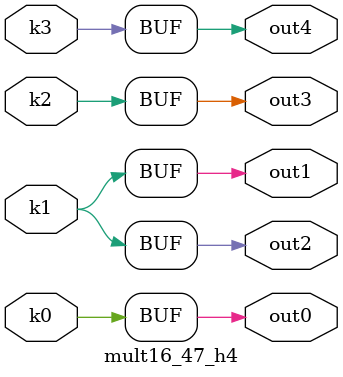
<source format=v>
module mult16_47(pi00, pi01, pi02, pi03, pi04, pi05, pi06, pi07, pi08, pi09, pi10, po0, po1, po2, po3, po4);
input pi00, pi01, pi02, pi03, pi04, pi05, pi06, pi07, pi08, pi09, pi10;
output po0, po1, po2, po3, po4;
wire k0, k1, k2, k3;
mult16_47_w4 DUT1 (pi00, pi01, pi02, pi03, pi04, pi05, pi06, pi07, pi08, pi09, pi10, k0, k1, k2, k3);
mult16_47_h4 DUT2 (k0, k1, k2, k3, po0, po1, po2, po3, po4);
endmodule

module mult16_47_w4(in10, in9, in8, in7, in6, in5, in4, in3, in2, in1, in0, k3, k2, k1, k0);
input in10, in9, in8, in7, in6, in5, in4, in3, in2, in1, in0;
output k3, k2, k1, k0;
assign k0 =   (((~in10 & (~in7 | ~in6)) | (~in7 & ~in6)) & (in2 | ~in1) & (in4 | ~in3)) | (in4 & ~in3 & (in2 | ~in1)) | (in2 & ~in1);
assign k1 =   ((~in1 ^ in0) & (in2 ? ((((in10 & (in9 | in7 | in6 | ~in8)) | (in9 & (in7 | in6 | ~in8)) | (in7 & (in6 | ~in8)) | (in6 & ~in8)) & (in5 ? (in4 & ~in3) : (~in4 ^ in3))) | (in4 & ((~in3 & ((in10 & ((in9 & ((in7 & (in6 | ~in8)) | (in6 & ~in8))) | (in7 & in6 & ~in8))) | (in6 & ~in8 & in9 & in7))) | (in5 & in3 & ((~in10 & (~in6 | in8 | ~in9 | ~in7)) | (~in9 & (~in7 | ~in6 | in8)) | (~in6 & in8) | (~in7 & (~in6 | in8)))))) | (~in4 & ((((~in10 & (~in6 | in8 | ~in9 | ~in7)) | (~in9 & (~in7 | ~in6 | in8)) | (~in6 & in8) | (~in7 & (~in6 | in8))) & (in5 ^ in3)) | (in3 & ((~in9 & ~in7 & ~in6 & in8) | (~in10 & ((~in7 & ~in6 & in8) | (~in9 & ((~in6 & in8) | (~in7 & (~in6 | in8))))))))))) : ((((in10 & ((in9 & ((in7 & (in6 | ~in8)) | (in6 & ~in8))) | (in7 & in6 & ~in8))) | (in6 & ~in8 & in9 & in7)) & ((in5 & (~in4 | in3)) | (~in4 & in3))) | (in5 & ~in4 & in3 & ((in10 & (in9 | in7 | in6 | ~in8)) | (in9 & (in7 | in6 | ~in8)) | (in7 & (in6 | ~in8)) | (in6 & ~in8))) | (((~in9 & ~in7 & ~in6 & in8) | (~in10 & ((~in7 & ~in6 & in8) | (~in9 & ((~in6 & in8) | (~in7 & (~in6 | in8))))))) & ((in4 & ~in3) | (~in5 & (in4 | ~in3)))) | (~in5 & in4 & ~in3 & ((~in10 & (~in6 | in8 | ~in9 | ~in7)) | (~in9 & (~in7 | ~in6 | in8)) | (~in6 & in8) | (~in7 & (~in6 | in8))))))) | ((in1 ^ in0) & (in2 ? ((((in10 & ((in9 & ((in7 & (in6 | ~in8)) | (in6 & ~in8))) | (in7 & in6 & ~in8))) | (in6 & ~in8 & in9 & in7)) & ((in5 & (~in4 | in3)) | (~in4 & in3))) | (in5 & ~in4 & in3 & ((in10 & (in9 | in7 | in6 | ~in8)) | (in9 & (in7 | in6 | ~in8)) | (in7 & (in6 | ~in8)) | (in6 & ~in8))) | (((~in9 & ~in7 & ~in6 & in8) | (~in10 & ((~in7 & ~in6 & in8) | (~in9 & ((~in6 & in8) | (~in7 & (~in6 | in8))))))) & ((in4 & ~in3) | (~in5 & (in4 | ~in3)))) | (~in5 & in4 & ~in3 & ((~in10 & (~in6 | in8 | ~in9 | ~in7)) | (~in9 & (~in7 | ~in6 | in8)) | (~in6 & in8) | (~in7 & (~in6 | in8))))) : ((((in10 & (in9 | in7 | in6 | ~in8)) | (in9 & (in7 | in6 | ~in8)) | (in7 & (in6 | ~in8)) | (in6 & ~in8)) & (in5 ? (in4 & ~in3) : (~in4 ^ in3))) | (in4 & ((~in3 & ((in10 & ((in9 & ((in7 & (in6 | ~in8)) | (in6 & ~in8))) | (in7 & in6 & ~in8))) | (in6 & ~in8 & in9 & in7))) | (in5 & in3 & ((~in10 & (~in6 | in8 | ~in9 | ~in7)) | (~in9 & (~in7 | ~in6 | in8)) | (~in6 & in8) | (~in7 & (~in6 | in8)))))) | (~in4 & ((((~in10 & (~in6 | in8 | ~in9 | ~in7)) | (~in9 & (~in7 | ~in6 | in8)) | (~in6 & in8) | (~in7 & (~in6 | in8))) & (in5 ^ in3)) | (in3 & ((~in9 & ~in7 & ~in6 & in8) | (~in10 & ((~in7 & ~in6 & in8) | (~in9 & ((~in6 & in8) | (~in7 & (~in6 | in8)))))))))))));
assign k2 =   ((~in4 ^ in3) & (in5 ? (((in7 ^ in6) & (in8 ? (in10 | in9) : (~in10 | ~in9))) | (~in7 & ~in6 & ((in10 & (in9 | ~in8)) | (in9 & ~in8))) | (in7 & in6 & ((~in9 & in8) | (~in10 & (~in9 | in8))))) : ((in10 & ((in9 & ((~in8 & (in7 | in6)) | (in7 & in6))) | (~in8 & in7 & in6))) | (~in10 & ((~in9 & ((~in7 & ~in6) | (in8 & (~in7 | ~in6)))) | (in8 & ~in7 & ~in6))) | (~in9 & in8 & ~in7 & ~in6) | (in9 & ~in8 & in7 & in6)))) | ((in4 ^ in3) & (in5 ? ((in10 & ((in9 & ((~in8 & (in7 | in6)) | (in7 & in6))) | (~in8 & in7 & in6))) | (~in10 & ((~in9 & ((~in7 & ~in6) | (in8 & (~in7 | ~in6)))) | (in8 & ~in7 & ~in6))) | (~in9 & in8 & ~in7 & ~in6) | (in9 & ~in8 & in7 & in6)) : (((in7 ^ in6) & (in8 ? (in10 | in9) : (~in10 | ~in9))) | (~in7 & ~in6 & ((in10 & (in9 | ~in8)) | (in9 & ~in8))) | (in7 & in6 & ((~in9 & in8) | (~in10 & (~in9 | in8)))))));
assign k3 =   ((in7 ^ in6) & (in10 ? (~in9 ^ in8) : (in9 ^ in8))) | ((~in7 ^ in6) & (in10 ? (in9 ^ in8) : (~in9 ^ in8)));
endmodule

module mult16_47_h4(k3, k2, k1, k0, out4, out3, out2, out1, out0);
input k3, k2, k1, k0;
output out4, out3, out2, out1, out0;
assign out0 = k0;
assign out1 = k1;
assign out2 = k1;
assign out3 = k2;
assign out4 = k3;
endmodule

</source>
